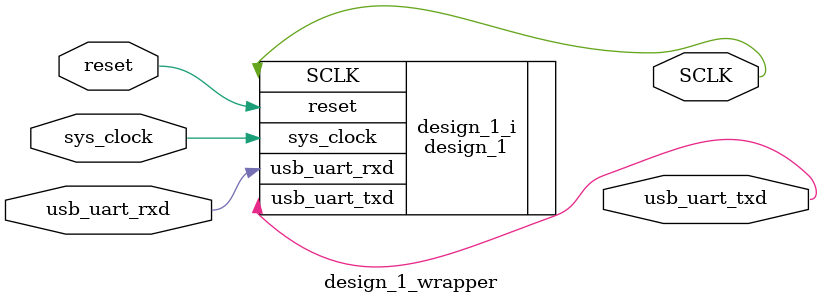
<source format=v>
`timescale 1 ps / 1 ps

module design_1_wrapper
   (SCLK,
    reset,
    sys_clock,
    usb_uart_rxd,
    usb_uart_txd);
  output SCLK;
  input reset;
  input sys_clock;
  input usb_uart_rxd;
  output usb_uart_txd;

  wire SCLK;
  wire reset;
  wire sys_clock;
  wire usb_uart_rxd;
  wire usb_uart_txd;

  design_1 design_1_i
       (.SCLK(SCLK),
        .reset(reset),
        .sys_clock(sys_clock),
        .usb_uart_rxd(usb_uart_rxd),
        .usb_uart_txd(usb_uart_txd));
endmodule

</source>
